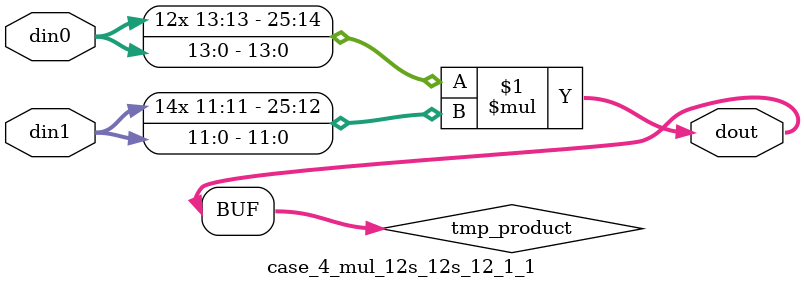
<source format=v>

`timescale 1 ns / 1 ps

 module case_4_mul_12s_12s_12_1_1(din0, din1, dout);
parameter ID = 1;
parameter NUM_STAGE = 0;
parameter din0_WIDTH = 14;
parameter din1_WIDTH = 12;
parameter dout_WIDTH = 26;

input [din0_WIDTH - 1 : 0] din0; 
input [din1_WIDTH - 1 : 0] din1; 
output [dout_WIDTH - 1 : 0] dout;

wire signed [dout_WIDTH - 1 : 0] tmp_product;



























assign tmp_product = $signed(din0) * $signed(din1);








assign dout = tmp_product;





















endmodule

</source>
